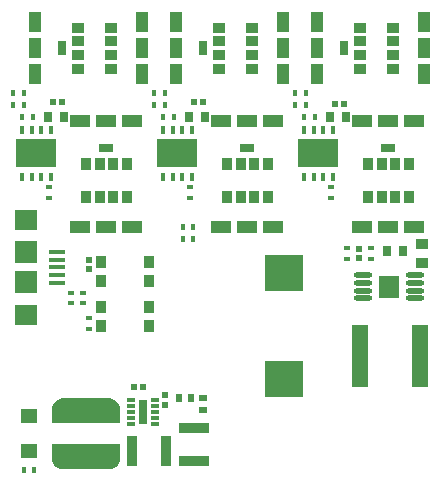
<source format=gtp>
G04 Layer_Color=8421504*
%FSAX25Y25*%
%MOIN*%
G70*
G01*
G75*
%ADD10R,0.02559X0.02165*%
%ADD11R,0.02165X0.02559*%
%ADD12R,0.02047X0.02047*%
%ADD13R,0.02047X0.02047*%
%ADD14R,0.02756X0.03543*%
%ADD15R,0.03543X0.03937*%
%ADD16R,0.07500X0.07500*%
%ADD17R,0.07500X0.07100*%
%ADD18R,0.05600X0.01400*%
%ADD19R,0.06693X0.04331*%
%ADD20R,0.05118X0.02756*%
%ADD21R,0.03347X0.04331*%
%ADD22R,0.04331X0.06693*%
%ADD23R,0.04331X0.03347*%
%ADD24R,0.02756X0.05118*%
%ADD25R,0.05600X0.04800*%
%ADD26R,0.01772X0.02165*%
%ADD27R,0.02165X0.01772*%
%ADD28R,0.03150X0.08189*%
%ADD29R,0.02756X0.01181*%
%ADD30R,0.01181X0.03150*%
%ADD31R,0.13307X0.09646*%
%ADD32R,0.05315X0.20866*%
%ADD33R,0.03937X0.03543*%
%ADD34R,0.12800X0.12300*%
%ADD35R,0.06811X0.07284*%
%ADD36O,0.06102X0.01772*%
G04:AMPARAMS|DCode=37|XSize=82.68mil|YSize=228.35mil|CornerRadius=41.34mil|HoleSize=0mil|Usage=FLASHONLY|Rotation=270.000|XOffset=0mil|YOffset=0mil|HoleType=Round|Shape=RoundedRectangle|*
%AMROUNDEDRECTD37*
21,1,0.08268,0.14567,0,0,270.0*
21,1,0.00000,0.22835,0,0,270.0*
1,1,0.08268,-0.07284,0.00000*
1,1,0.08268,-0.07284,0.00000*
1,1,0.08268,0.07284,0.00000*
1,1,0.08268,0.07284,0.00000*
%
%ADD37ROUNDEDRECTD37*%
%ADD38R,0.10236X0.03740*%
%ADD39R,0.03740X0.10236*%
G36*
X0565617Y0240626D02*
X0565617Y0240626D01*
X0565617Y0240238D01*
X0565465Y0239477D01*
X0565168Y0238761D01*
X0564737Y0238116D01*
X0564189Y0237568D01*
X0563544Y0237137D01*
X0562828Y0236840D01*
X0562067Y0236689D01*
X0561679D01*
X0546719Y0236689D01*
X0546719Y0236689D01*
X0546331Y0236689D01*
X0545571Y0236840D01*
X0544854Y0237137D01*
X0544209Y0237568D01*
X0543661Y0238116D01*
X0543230Y0238761D01*
X0542933Y0239478D01*
X0542782Y0240238D01*
X0542782Y0240626D01*
X0542781Y0244957D01*
X0565616D01*
X0565617Y0240626D01*
D02*
G37*
G36*
X0561680Y0260311D02*
X0562067Y0260311D01*
X0562828Y0260159D01*
X0563544Y0259863D01*
X0564189Y0259432D01*
X0564737Y0258884D01*
X0565168Y0258239D01*
X0565465Y0257522D01*
X0565616Y0256762D01*
Y0256374D01*
X0565616Y0256374D01*
X0565616Y0252043D01*
X0542782D01*
X0542782Y0256374D01*
X0542782Y0256762D01*
X0542933Y0257522D01*
X0543230Y0258239D01*
X0543661Y0258884D01*
X0544209Y0259432D01*
X0544854Y0259863D01*
X0545570Y0260160D01*
X0546331Y0260311D01*
X0546719Y0260311D01*
X0546719Y0260311D01*
X0561680Y0260311D01*
D02*
G37*
D10*
X0593199Y0260469D02*
D03*
Y0256532D02*
D03*
D11*
X0589199Y0260500D02*
D03*
X0585262D02*
D03*
D12*
X0555199Y0306575D02*
D03*
Y0303425D02*
D03*
X0645199Y0306925D02*
D03*
Y0310075D02*
D03*
X0580699Y0261376D02*
D03*
Y0258226D02*
D03*
D13*
X0573274Y0264000D02*
D03*
X0570124D02*
D03*
X0546274Y0359000D02*
D03*
X0543124D02*
D03*
X0593274D02*
D03*
X0590124D02*
D03*
X0640274Y0358500D02*
D03*
X0637124D02*
D03*
D14*
X0640955Y0354000D02*
D03*
X0635443D02*
D03*
X0593955D02*
D03*
X0588443D02*
D03*
X0546955D02*
D03*
X0541443D02*
D03*
X0659955Y0309500D02*
D03*
X0654443D02*
D03*
D15*
X0559128Y0305650D02*
D03*
Y0299350D02*
D03*
X0575270Y0305650D02*
D03*
Y0299350D02*
D03*
Y0284350D02*
D03*
Y0290650D02*
D03*
X0559128Y0284350D02*
D03*
Y0290650D02*
D03*
D16*
X0534199Y0299000D02*
D03*
Y0309000D02*
D03*
D17*
Y0288200D02*
D03*
Y0319748D02*
D03*
D18*
X0544699Y0301400D02*
D03*
Y0304000D02*
D03*
Y0306559D02*
D03*
Y0298800D02*
D03*
Y0309118D02*
D03*
D19*
X0663661Y0352716D02*
D03*
X0655000D02*
D03*
X0646339D02*
D03*
Y0317284D02*
D03*
X0655000D02*
D03*
X0663661D02*
D03*
X0616661D02*
D03*
X0608000D02*
D03*
X0599339D02*
D03*
Y0352716D02*
D03*
X0608000D02*
D03*
X0616661D02*
D03*
X0569661D02*
D03*
X0561000D02*
D03*
X0552339D02*
D03*
Y0317284D02*
D03*
X0561000D02*
D03*
X0569661D02*
D03*
D20*
X0655000Y0343858D02*
D03*
X0608000D02*
D03*
X0561000D02*
D03*
D21*
X0648209Y0338347D02*
D03*
X0652736D02*
D03*
X0657264D02*
D03*
X0661791D02*
D03*
Y0327323D02*
D03*
X0657264D02*
D03*
X0652736D02*
D03*
X0648209D02*
D03*
X0601209D02*
D03*
X0605736D02*
D03*
X0610264D02*
D03*
X0614791D02*
D03*
Y0338347D02*
D03*
X0610264D02*
D03*
X0605736D02*
D03*
X0601209D02*
D03*
X0554209D02*
D03*
X0558736D02*
D03*
X0563264D02*
D03*
X0567791D02*
D03*
Y0327323D02*
D03*
X0563264D02*
D03*
X0558736D02*
D03*
X0554209D02*
D03*
D22*
X0666716Y0385661D02*
D03*
Y0377000D02*
D03*
Y0368339D02*
D03*
X0631284D02*
D03*
Y0377000D02*
D03*
Y0385661D02*
D03*
X0584283D02*
D03*
Y0377000D02*
D03*
Y0368339D02*
D03*
X0619717D02*
D03*
Y0377000D02*
D03*
Y0385661D02*
D03*
X0572717D02*
D03*
Y0377000D02*
D03*
Y0368339D02*
D03*
X0537284D02*
D03*
Y0377000D02*
D03*
Y0385661D02*
D03*
D23*
X0656677Y0370209D02*
D03*
Y0374736D02*
D03*
Y0379264D02*
D03*
Y0383791D02*
D03*
X0645653D02*
D03*
Y0379264D02*
D03*
Y0374736D02*
D03*
Y0370209D02*
D03*
X0598654D02*
D03*
Y0374736D02*
D03*
Y0379264D02*
D03*
Y0383791D02*
D03*
X0609677D02*
D03*
Y0379264D02*
D03*
Y0374736D02*
D03*
Y0370209D02*
D03*
X0562677D02*
D03*
Y0374736D02*
D03*
Y0379264D02*
D03*
Y0383791D02*
D03*
X0551653D02*
D03*
Y0379264D02*
D03*
Y0374736D02*
D03*
Y0370209D02*
D03*
D24*
X0640142Y0377000D02*
D03*
X0593142D02*
D03*
X0546142D02*
D03*
D25*
X0535199Y0242595D02*
D03*
Y0254500D02*
D03*
D26*
X0533427Y0236500D02*
D03*
X0536971D02*
D03*
X0586427Y0317500D02*
D03*
X0589971D02*
D03*
X0589971Y0313500D02*
D03*
X0586427D02*
D03*
X0626928Y0354000D02*
D03*
X0630471D02*
D03*
X0627471Y0358000D02*
D03*
X0623927D02*
D03*
X0623927Y0362000D02*
D03*
X0627471D02*
D03*
X0579927Y0354000D02*
D03*
X0583471D02*
D03*
X0580471Y0358000D02*
D03*
X0576928D02*
D03*
X0576928Y0362000D02*
D03*
X0580471D02*
D03*
X0533471Y0358000D02*
D03*
X0529927D02*
D03*
X0532928Y0354000D02*
D03*
X0536471D02*
D03*
X0529927Y0362000D02*
D03*
X0533471D02*
D03*
D27*
X0553199Y0291957D02*
D03*
Y0295500D02*
D03*
X0549199Y0291957D02*
D03*
Y0295500D02*
D03*
X0555199Y0283457D02*
D03*
Y0287000D02*
D03*
X0641199Y0306728D02*
D03*
Y0310272D02*
D03*
X0649199Y0306728D02*
D03*
Y0310272D02*
D03*
X0636000Y0327228D02*
D03*
Y0330772D02*
D03*
X0589000Y0327228D02*
D03*
Y0330772D02*
D03*
X0542000Y0327228D02*
D03*
Y0330772D02*
D03*
D28*
X0573199Y0255801D02*
D03*
D29*
X0577097Y0251864D02*
D03*
X0569302D02*
D03*
Y0253832D02*
D03*
Y0255801D02*
D03*
Y0257769D02*
D03*
Y0259738D02*
D03*
X0577097D02*
D03*
Y0257769D02*
D03*
Y0255801D02*
D03*
Y0253832D02*
D03*
D30*
X0542423Y0349776D02*
D03*
X0539274D02*
D03*
X0536124D02*
D03*
X0532975D02*
D03*
X0542423Y0334224D02*
D03*
X0539274D02*
D03*
X0536124D02*
D03*
X0532975D02*
D03*
X0589424Y0349776D02*
D03*
X0586274D02*
D03*
X0583124D02*
D03*
X0579975D02*
D03*
X0589424Y0334224D02*
D03*
X0586274D02*
D03*
X0583124D02*
D03*
X0579975D02*
D03*
X0636423Y0349776D02*
D03*
X0633274D02*
D03*
X0630124D02*
D03*
X0626975D02*
D03*
X0636423Y0334224D02*
D03*
X0633274D02*
D03*
X0630124D02*
D03*
X0626975D02*
D03*
D31*
X0537699Y0342000D02*
D03*
X0584699D02*
D03*
X0631699D02*
D03*
D32*
X0665591Y0274500D02*
D03*
X0645709D02*
D03*
D33*
X0666199Y0311799D02*
D03*
Y0305500D02*
D03*
D34*
X0620349Y0266900D02*
D03*
Y0302100D02*
D03*
D35*
X0655199Y0297500D02*
D03*
D36*
X0646636Y0301339D02*
D03*
Y0298780D02*
D03*
Y0296220D02*
D03*
Y0293661D02*
D03*
X0663762Y0301339D02*
D03*
Y0298780D02*
D03*
Y0296220D02*
D03*
Y0293661D02*
D03*
D37*
X0554199Y0256177D02*
D03*
Y0240823D02*
D03*
D38*
X0590199Y0239500D02*
D03*
Y0250524D02*
D03*
D39*
X0580711Y0242801D02*
D03*
X0569687D02*
D03*
M02*

</source>
